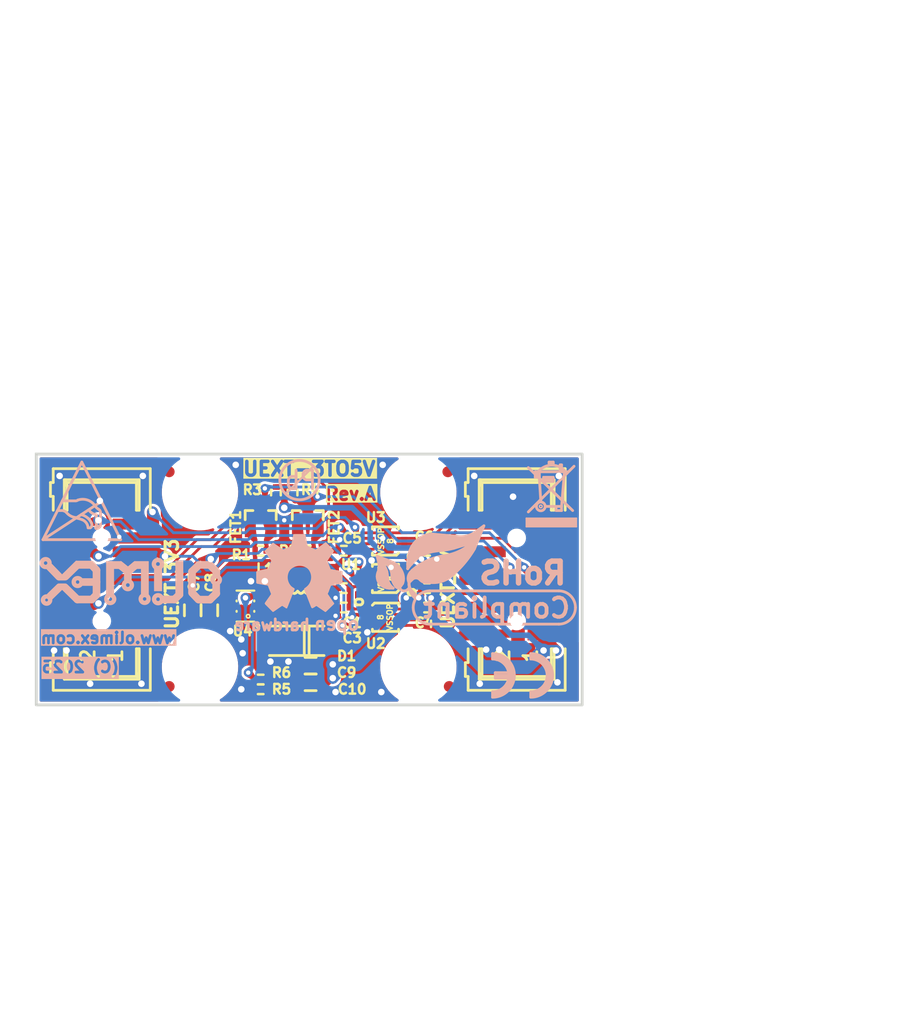
<source format=kicad_pcb>
(kicad_pcb (version 20221018) (generator pcbnew)
  (title_block (title "UEXT-3TO5V") (date "2025-02-28") (rev "A") (company "OLIMEX LTD.") (comment 1 "https://www.olimex.com/"))
  (layers (0 "F.Cu" signal) (31 "B.Cu" signal) (34 "B.Paste" user) (35 "F.Paste" user) (36 "B.SilkS" user "B.Silkscreen") (37 "F.SilkS" user "F.Silkscreen") (38 "B.Mask" user) (39 "F.Mask" user) (44 "Edge.Cuts" user))
  (net 0 "")
  (net 1 "+3.3V")
  (net 2 "GND")
  (net 3 "+5V")
  (net 4 "/LX2")
  (net 5 "/I2C_SCL_3.3V")
  (net 6 "/I2C_SCL_5V")
  (net 7 "/I2C_SDA_3.3V")
  (net 8 "/I2C_SDA_5V")
  (net 13 "Net-(U4-FB)")
  (net 14 "/MOSI_5V")
  (net 15 "/UART_TX_5V")
  (net 16 "/UART_TX_3.3V")
  (net 17 "/MOSI_3.3V")
  (net 18 "/MISO_3.3V")
  (net 19 "/UART_RX_3.3V")
  (net 20 "/UART_RX_5V")
  (net 21 "/MISO_5V")
  (net 22 "/SCK_5V")
  (net 23 "/CS_5V")
  (net 24 "/CS_3.3V")
  (net 25 "/SCK_3.3V")
  (footprint "OLIMEX_Other-FP:Fiducial1x3_Paste" (layer "F.Cu") (at 122.174 122.809)
    (fp_text reference "FID4" hide)
    (fp_text value "Fiducial" hide)
  )
  (footprint "OLIMEX_RLC-FP:C_0402_5MIL_DWS" (layer "F.Cu") (at 145.796 110.363)
    (fp_text reference "C6")
    (fp_text value "100nF/10V/10%/X7R/C0402")
  )
  (footprint "OLIMEX_Connectors-FP:GBH-254-SMT-10" (layer "F.Cu") (at 116 113 90)
    (fp_text reference "UEXT_3V3")
    (fp_text value "P-B-V-10-LF")
  )
  (footprint "OLIMEX_RLC-FP:C_0603_5MIL_DWS" (layer "F.Cu") (at 135.128 122.428 180)
    (fp_text reference "C10")
    (fp_text value "NA(22uF/6.3V/20%/X5R/C0603)")
  )
  (footprint "OLIMEX_RLC-FP:R_0402_5MIL_DWS" (layer "F.Cu") (at 130.556 122.174)
    (fp_text reference "R6")
    (fp_text value "1.05k/1%/R0402")
  )
  (footprint "OLIMEX_RLC-FP:R_0402_5MIL_DWS" (layer "F.Cu") (at 131.953 105.029 90)
    (fp_text reference "R3")
    (fp_text value "2.2k/R0402")
  )
  (footprint "OLIMEX_IC-FP:VSSOP-8_Pitch-0.50mm_Pad-0.25mm_Dimensions-2.30x2.00x1.00mm" (layer "F.Cu") (at 141.986 109.474 90)
    (fp_text reference "U3")
    (fp_text value "SN74LVC2T45DCUR(VSSOP-8)")
  )
  (footprint "OLIMEX_Regulators-FP:SOT23-6" (layer "F.Cu") (at 129.159 115.443)
    (fp_text reference "U4")
    (fp_text value "MT3608(SOT23-6)")
  )
  (footprint "OLIMEX_Other-FP:Fiducial1x3" (layer "F.Cu") (at 147.828 122.809)
    (fp_text reference "FID3" hide)
    (fp_text value "Fiducial" hide)
  )
  (footprint "OLIMEX_Diodes-FP:SMA-KA" (layer "F.Cu") (at 133.858 118.618 180)
    (fp_text reference "D1")
    (fp_text value "1N5822/SS34/SMA")
  )
  (footprint "OLIMEX_RLC-FP:R_0402_5MIL_DWS" (layer "F.Cu") (at 130.556 123.063 180)
    (fp_text reference "R5")
    (fp_text value "8.25k/1%/R0402")
  )
  (footprint "OLIMEX_RLC-FP:C_0402_5MIL_DWS" (layer "F.Cu") (at 145.796 115.57)
    (fp_text reference "C4")
    (fp_text value "100nF/10V/10%/X7R/C0402")
  )
  (footprint "OLIMEX_RLC-FP:R_0402_5MIL_DWS" (layer "F.Cu") (at 134.874 110.363 180)
    (fp_text reference "R2")
    (fp_text value "2.2k/R0402")
  )
  (footprint "OLIMEX_RLC-FP:C_0402_5MIL_DWS" (layer "F.Cu") (at 138.176 110.363 180)
    (fp_text reference "C5")
    (fp_text value "100nF/10V/10%/X7R/C0402")
  )
  (footprint "OLIMEX_RLC-FP:C_0402_5MIL_DWS" (layer "F.Cu") (at 145.796 113.792)
    (fp_text reference "C2")
    (fp_text value "100nF/10V/10%/X7R/C0402")
  )
  (footprint "OLIMEX_Other-FP:Fiducial1x3_Paste" (layer "F.Cu") (at 147.701 103.124)
    (fp_text reference "FID2" hide)
    (fp_text value "Fiducial" hide)
  )
  (footprint "OLIMEX_Transistors-FP:SOT23" (layer "F.Cu") (at 130.556 107.315 -90)
    (fp_text reference "FET1")
    (fp_text value "BSS138(SOT23-3)")
  )
  (footprint "OLIMEX_RLC-FP:C_0603_5MIL_DWS" (layer "F.Cu") (at 135.128 120.904 180)
    (fp_text reference "C9")
    (fp_text value "22uF/6.3V/20%/X5R/C0603")
  )
  (footprint "OLIMEX_Other-FP:Mounting_Hole_Drill-3.3mm_Clerance-7mm" (layer "F.Cu") (at 125 105)
    (fp_text reference "MH1" hide)
    (fp_text value "Drill(3.3mm)/Restrict(7.00mm)" hide)
  )
  (footprint "OLIMEX_Other-FP:Mounting_Hole_Drill-3.3mm_Clerance-7mm" (layer "F.Cu") (at 125 121)
    (fp_text reference "MH2" hide)
    (fp_text value "Drill(3.3mm)/Restrict(7.00mm)" hide)
  )
  (footprint "OLIMEX_Other-FP:Mounting_Hole_Drill-3.3mm_Clerance-7mm" (layer "F.Cu") (at 145 121)
    (fp_text reference "MH3" hide)
    (fp_text value "Drill(3.3mm)/Restrict(7.00mm)" hide)
  )
  (footprint "OLIMEX_IC-FP:VSSOP-8_Pitch-0.50mm_Pad-0.25mm_Dimensions-2.30x2.00x1.00mm" (layer "F.Cu") (at 141.986 112.903 90)
    (fp_text reference "U1")
    (fp_text value "SN74LVC2T45DCUR(VSSOP-8)")
  )
  (footprint "OLIMEX_RLC-FP:R_0402_5MIL_DWS" (layer "F.Cu") (at 133.477 105.029 90)
    (fp_text reference "R4")
    (fp_text value "2.2k/R0402")
  )
  (footprint "OLIMEX_RLC-FP:R_0402_5MIL_DWS" (layer "F.Cu") (at 130.556 110.363)
    (fp_text reference "R1")
    (fp_text value "2.2k/R0402")
  )
  (footprint "OLIMEX_Transistors-FP:SOT23" (layer "F.Cu") (at 134.874 107.315 -90)
    (fp_text reference "FET2")
    (fp_text value "BSS138(SOT23-3)")
  )
  (footprint "OLIMEX_RLC-FP:CD42(43)" (layer "F.Cu") (at 134.239 114.173 90)
    (fp_text reference "L1")
    (fp_text value "4.7uH/2.33A/DCR=70mR/20%/CD43(NRS4018T4R7MDGJ)")
  )
  (footprint "OLIMEX_RLC-FP:C_0603_5MIL_DWS" (layer "F.Cu") (at 125.857 115.824 -90)
    (fp_text reference "C8")
    (fp_text value "22uF/6.3V/20%/X5R/C0603")
  )
  (footprint "OLIMEX_IC-FP:VSSOP-8_Pitch-0.50mm_Pad-0.25mm_Dimensions-2.30x2.00x1.00mm" (layer "F.Cu") (at 141.986 116.459 -90)
    (fp_text reference "U2")
    (fp_text value "SN74LVC2T45DCUR(VSSOP-8)")
  )
  (footprint "OLIMEX_Connectors-FP:GBH-254-SMT-10" (layer "F.Cu") (at 154 113 90)
    (fp_text reference "UEXT_5V0")
    (fp_text value "P-B-V-10-LF")
  )
  (footprint "OLIMEX_Other-FP:Mounting_Hole_Drill-3.3mm_Clerance-7mm" (layer "F.Cu") (at 145 105)
    (fp_text reference "MH4" hide)
    (fp_text value "Drill(3.3mm)/Restrict(7.00mm)" hide)
  )
  (footprint "OLIMEX_RLC-FP:C_0402_5MIL_DWS" (layer "F.Cu") (at 138.176 113.792 180)
    (fp_text reference "C1")
    (fp_text value "100nF/10V/10%/X7R/C0402")
  )
  (footprint "OLIMEX_RLC-FP:C_0402_5MIL_DWS" (layer "F.Cu") (at 138.176 115.57 180)
    (fp_text reference "C3")
    (fp_text value "100nF/10V/10%/X7R/C0402")
  )
  (footprint "OLIMEX_Other-FP:Fiducial1x3" (layer "F.Cu") (at 122.174 103.124)
    (fp_text reference "FID1" hide)
    (fp_text value "Fiducial" hide)
  )
  (footprint "OLIMEX_RLC-FP:C_0603_5MIL_DWS" (layer "F.Cu") (at 124.333 115.824 -90)
    (fp_text reference "C7")
    (fp_text value "NA(22uF/6.3V/20%/X5R/C0603)")
  )
  (footprint "OLIMEX_Signs-FP:CE_Sign" (layer "B.Cu") (at 153.543 121.793 180)
    (fp_text reference "Sign_CE" hide)
    (fp_text value "CE_Sign" hide)
  )
  (footprint "OLIMEX_Signs-FP:Sign_PB-Free" (layer "B.Cu") (at 134.3152 103.57104)
    (fp_text reference "Sign_PB-Free")
    (fp_text value "Sign_PB-Free")
  )
  (footprint "OLIMEX_Signs-FP:Sign_RecycleBin_1" (layer "B.Cu") (at 159.512 108.204 180)
    (fp_text reference "Sign_RecycleBin" hide)
    (fp_text value "Sign_RecycleBin" hide)
  )
  (footprint "OLIMEX_Signs-FP:Logo_OLIMEX_TB" (layer "B.Cu") (at 118.491 113.157 180)
    (fp_text reference "Logo_OLIMEX_TB-Top" hide)
    (fp_text value "Logo_OLIMEX_TB" hide)
  )
  (footprint "OLIMEX_Signs-FP:Sign_Antistatic" (layer "B.Cu") (at 117.729 109.347 180)
    (fp_text reference "Sign_Antistatic" hide)
    (fp_text value "Sign_Antistatic" hide)
  )
  (footprint "OLIMEX_Signs-FP:Sign_OSHW_8x8" (layer "B.Cu") (at 134.112 112.903 180)
    (fp_text reference "Sign_OSHW_8x8" hide)
    (fp_text value "Sign_OSHW_8x8" hide)
  )
  (footprint "OLIMEX_Signs-FP:Sign_RoHS_1" (layer "B.Cu") (at 158.369 116.459 180)
    (fp_text reference "Sign_RoHS" hide)
    (fp_text value "Sign_RoHS" hide)
  )
  (gr_rect (start 110 101.5) (end 160 124.5) (stroke (width 0.254)) (fill none) (layer "Edge.Cuts"))
  (gr_text "(C) 2025" (at 114.046 121.031) (layer "B.SilkS" knockout) (effects (font (size 1.016 1.016) (thickness 0.254)) (justify mirror)))
  (gr_text "www.olimex.com" (at 116.586 118.364) (layer "B.SilkS" knockout) (effects (font (size 1.016 1.016) (thickness 0.254) bold) (justify mirror)))
  (gr_text "Rev.A" (at 138.811 105.156) (layer "F.SilkS" knockout) (effects (font (size 1.143 1.143) (thickness 0.28575) bold)))
  (gr_text "UEXT-3TO5V" (at 135.001 102.87) (layer "F.SilkS" knockout) (effects (font (size 1.27 1.27) (thickness 0.3175) bold)))
  (segment (start 137.2235 112.0817) (end 138.684 113.5422) (width 0.508) (layer "F.Cu") (net 1))
  (segment (start 123.698 114.935) (end 124.333 114.935) (width 1.27) (layer "F.Cu") (net 1))
  (segment (start 127.8589 114.493) (end 126.934 114.493) (width 0.508) (layer "F.Cu") (net 1))
  (segment (start 129.60604 108.90504) (end 129.60604 108.42244) (width 0.4064) (layer "F.Cu") (net 1))
  (segment (start 119.125 118.08) (end 121.061 118.08) (width 1.27) (layer "F.Cu") (net 1))
  (segment (start 127.8589 115.443) (end 127 115.443) (width 0.508) (layer "F.Cu") (net 1))
  (segment (start 126.492 113.411) (end 128.143 111.76) (width 1.27) (layer "F.Cu") (net 1))
  (segment (start 138.684 110.617) (end 138.684 110.363) (width 0.508) (layer "F.Cu") (net 1))
  (segment (start 140.486 115.709) (end 138.823 115.709) (width 0.254) (layer "F.Cu") (net 1))
  (segment (start 128.143 111.76) (end 130.048 111.76) (width 1.27) (layer "F.Cu") (net 1))
  (segment (start 134.493 111.836) (end 134.493 110.49) (width 0.4064) (layer "F.Cu") (net 1))
  (segment (start 134.366 109.2962) (end 133.92404 108.85424) (width 0.4064) (layer "F.Cu") (net 1))
  (segment (start 130.048 111.76) (end 131.699 111.76) (width 1.27) (layer "F.Cu") (net 1))
  (segment (start 134.7345 112.0775) (end 134.493 111.836) (width 0.4064) (layer "F.Cu") (net 1))
  (segment (start 130.048 110.363) (end 130.048 109.347) (width 0.4064) (layer "F.Cu") (net 1))
  (segment (start 137.2235 112.0775) (end 138.684 110.617) (width 0.508) (layer "F.Cu") (net 1))
  (segment (start 130.048 110.363) (end 130.048 111.76) (width 0.4064) (layer "F.Cu") (net 1))
  (segment (start 124.333 114.935) (end 124.968 114.935) (width 1.27) (layer "F.Cu") (net 1))
  (segment (start 121.285 117.348) (end 120.553 118.08) (width 1.27) (layer "F.Cu") (net 1))
  (segment (start 132.512 112.573) (end 134.239 112.573) (width 1.27) (layer "F.Cu") (net 1))
  (segment (start 137.2235 112.0775) (end 137.2235 112.0817) (width 0.508) (layer "F.Cu") (net 1))
  (segment (start 131.699 111.76) (end 132.512 112.573) (width 1.27) (layer "F.Cu") (net 1))
  (segment (start 133.92404 108.85424) (end 133.92404 108.42244) (width 0.4064) (layer "F.Cu") (net 1))
  (segment (start 138.823 115.709) (end 138.684 115.57) (width 0.254) (layer "F.Cu") (net 1))
  (segment (start 121.285 117.348) (end 123.698 114.935) (width 1.27) (layer "F.Cu") (net 1))
  (segment (start 138.684 113.5422) (end 138.684 113.792) (width 0.508) (layer "F.Cu") (net 1))
  (segment (start 121.285 117.856) (end 121.285 117.348) (width 1.27) (layer "F.Cu") (net 1))
  (segment (start 134.7345 112.0775) (end 134.239 112.573) (width 1.016) (layer "F.Cu") (net 1))
  (segment (start 134.493 110.49) (end 134.366 110.363) (width 0.4064) (layer "F.Cu") (net 1))
  (segment (start 126.934 114.493) (end 126.492 114.935) (width 0.508) (layer "F.Cu") (net 1))
  (segment (start 126.492 113.411) (end 124.968 114.935) (width 1.27) (layer "F.Cu") (net 1))
  (segment (start 140.486 113.653) (end 138.823 113.653) (width 0.254) (layer "F.Cu") (net 1))
  (segment (start 126.492 114.935) (end 126.492 113.411) (width 1.27) (layer "F.Cu") (net 1))
  (segment (start 138.823 113.653) (end 138.684 113.792) (width 0.254) (layer "F.Cu") (net 1))
  (segment (start 134.366 110.363) (end 134.366 109.2962) (width 0.4064) (layer "F.Cu") (net 1))
  (segment (start 138.684 113.792) (end 138.684 115.57) (width 0.508) (layer "F.Cu") (net 1))
  (segment (start 140.486 110.224) (end 138.823 110.224) (width 0.254) (layer "F.Cu") (net 1))
  (segment (start 121.061 118.08) (end 121.285 117.856) (width 1.27) (layer "F.Cu") (net 1))
  (segment (start 137.2235 112.0775) (end 134.7345 112.0775) (width 1.016) (layer "F.Cu") (net 1))
  (segment (start 125.857 114.935) (end 126.492 114.935) (width 1.27) (layer "F.Cu") (net 1))
  (segment (start 138.823 110.224) (end 138.684 110.363) (width 0.254) (layer "F.Cu") (net 1))
  (segment (start 127 115.443) (end 126.492 114.935) (width 0.508) (layer "F.Cu") (net 1))
  (segment (start 130.048 109.347) (end 129.60604 108.90504) (width 0.4064) (layer "F.Cu") (net 1))
  (segment (start 124.968 114.935) (end 125.857 114.935) (width 1.27) (layer "F.Cu") (net 1))
  (segment (start 148.179 118.08) (end 147.308 117.209) (width 0.254) (layer "F.Cu") (net 2))
  (segment (start 140.589 111.379) (end 140.589 112.05) (width 0.254) (layer "F.Cu") (net 2))
  (segment (start 146.304 114.554) (end 146.177 114.681) (width 0.508) (layer "F.Cu") (net 2))
  (segment (start 134.239 122.428) (end 134.239 120.904) (width 1.016) (layer "F.Cu") (net 2))
  (segment (start 134.112 120.523) (end 130.048 120.523) (width 1.016) (layer "F.Cu") (net 2))
  (segment (start 146.304 114.808) (end 146.177 114.681) (width 0.508) (layer "F.Cu") (net 2))
  (segment (start 146.304 110.744) (end 146.304 110.363) (width 0.508) (layer "F.Cu") (net 2))
  (segment (start 137.668 109.474) (end 137.795 109.347) (width 0.508) (layer "F.Cu") (net 2))
  (segment (start 141.732 108.724) (end 143.486 108.724) (width 0.254) (layer "F.Cu") (net 2))
  (segment (start 146.304 115.57) (end 146.304 114.808) (width 0.508) (layer "F.Cu") (net 2))
  (segment (start 151.049134 118.08) (end 152.4 119.430866) (width 1.016) (layer "F.Cu") (net 2))
  (segment (start 146.685 111.125) (end 146.304 110.744) (width 0.508) (layer "F.Cu") (net 2))
  (segment (start 130.4591 115.443) (end 131.064 115.443) (width 0.4064) (layer "F.Cu") (net 2))
  (segment (start 134.239 120.904) (end 134.239 120.65) (width 1.016) (layer "F.Cu") (net 2))
  (segment (start 126.238 116.713) (end 127.254 117.729) (width 0.762) (layer "F.Cu") (net 2))
  (segment (start 136.9568 123.7742) (end 137.414 123.317) (width 0.4064) (layer "F.Cu") (net 2))
  (segment (start 112.875 118.08) (end 112.171 118.08) (width 1.016) (layer "F.Cu") (net 2))
  (segment (start 129.4722 123.7742) (end 136.9568 123.7742) (width 0.4064) (layer "F.Cu") (net 2))
  (segment (start 134.239 120.65) (end 134.112 120.523) (width 1.016) (layer "F.Cu") (net 2))
  (segment (start 128.778 123.063) (end 128.778 123.08) (width 0.4064) (layer "F.Cu") (net 2))
  (segment (start 127.254 117.729) (end 127.762 117.729) (width 0.762) (layer "F.Cu") (net 2))
  (segment (start 141.732 110.363) (end 141.732 109.22) (width 0.508) (layer "F.Cu") (net 2))
  (segment (start 140.322366 117.372634) (end 140.486 117.209) (width 0.254) (layer "F.Cu") (net 2))
  (segment (start 124.333 116.713) (end 124.079 116.713) (width 0.508) (layer "F.Cu") (net 2))
  (segment (start 129.159 116.201194) (end 129.159 116.1542) (width 0.508) (layer "F.Cu") (net 2))
  (segment (start 142.494 111.887) (end 142.76 112.153) (width 0.254) (layer "F.Cu") (net 2))
  (segment (start 137.414 114.681) (end 137.668 114.935) (width 0.254) (layer "F.Cu") (net 2))
  (segment (start 150.875 118.08) (end 151.049134 118.08) (width 1.016) (layer "F.Cu") (net 2))
  (segment (start 150.875 118.08) (end 148.179 118.08) (width 0.254) (layer "F.Cu") (net 2))
  (segment (start 128.905 119.761) (end 128.905 118.618) (width 0.254) (layer "F.Cu") (net 2))
  (segment (start 137.668 114.935) (end 137.668 115.57) (width 0.254) (layer "F.Cu") (net 2))
  (segment (start 137.414 114.681) (end 137.414 114.046) (width 0.508) (layer "F.Cu") (net 2))
  (segment (start 131.064 115.443) (end 131.445 115.062) (width 0.4064) (layer "F.Cu") (net 2))
  (segment (start 112.171 118.08) (end 111.633 118.618) (width 1.016) (layer "F.Cu") (net 2))
  (segment (start 137.414 115.316) (end 137.668 115.57) (width 0.254) (layer "F.Cu") (net 2))
  (segment (start 112.268 118.687) (end 112.268 119.38) (width 1.016) (layer "F.Cu") (net 2))
  (segment (start 151.206134 119.430866) (end 150.875 119.099732) (width 1.016) (layer "F.Cu") (net 2))
  (segment (start 137.668 116.078) (end 137.414 116.332) (width 0.4064) (layer "F.Cu") (net 2))
  (segment (start 140.843 111.252) (end 141.732 110.363) (width 0.508) (layer "F.Cu") (net 2))
  (segment (start 141.732 109.22) (end 141.732 108.724) (width 0.762) (layer "F.Cu") (net 2))
  (segment (start 152.4 119.430866) (end 151.206134 119.430866) (width 1.524) (layer "F.Cu") (net 2))
  (segment (start 137.287 107.188) (end 138.43 107.188) (width 0.508) (layer "F.Cu") (net 2))
  (segment (start 128.965726 119.700274) (end 128.905 119.761) (width 0.762) (layer "F.Cu") (net 2))
  (segment (start 137.668 110.363) (end 137.668 109.474) (width 0.508) (layer "F.Cu") (net 2))
  (segment (start 150.875 119.099732) (end 150.875 118.08) (width 1.016) (layer "F.Cu") (net 2))
  (segment (start 142.494 111.887) (end 142.494 114.173) (width 0.508) (layer "F.Cu") (net 2))
  (segment (start 136.017 102.362) (end 133.35 102.362) (width 0.762) (layer "F.Cu") (net 2))
  (segment (start 137.414 114.681) (end 137.414 115.316) (width 0.254) (layer "F.Cu") (net 2))
  (segment (start 137.668 115.57) (end 137.668 116.078) (width 0.4064) (layer "F.Cu") (net 2))
  (segment (start 129.159 116.1542) (end 129.8702 115.443) (width 0.508) (layer "F.Cu") (net 2))
  (segment (start 141.732 108.077) (end 136.017 102.362) (width 0.762) (layer "F.Cu") (net 2))
  (segment (start 136.906 108.665171) (end 136.906 107.569) (width 0.508) (layer "F.Cu") (net 2))
  (segment (start 112.776 118.179) (end 112.776 119.507) (width 1.016) (layer "F.Cu") (net 2))
  (segment (start 140.486 108.724) (end 141.732 108.724) (width 0.254) (layer "F.Cu") (net 2))
  (segment (start 147.308 117.209) (end 143.486 117.209) (width 0.254) (layer "F.Cu") (net 2))
  (segment (start 137.414 114.046) (end 137.668 113.792) (width 0.508) (layer "F.Cu") (net 2))
  (segment (start 128.905 118.618) (end 128.778 118.491) (width 0.254) (layer "F.Cu") (net 2))
  (segment (start 112.875 118.08) (end 112.268 118.687) (width 1.016) (layer "F.Cu") (net 2))
  (segment (start 152.4 119.430866) (end 152.4 118.237) (width 1.016) (layer "F.Cu") (net 2))
  (segment (start 125.857 116.713) (end 124.333 116.713) (width 1.016) (layer "F.Cu") (net 2))
  (segment (start 142.76 112.153) (end 143.486 112.153) (width 0.254) (layer "F.Cu") (net 2))
  (segment (start 128.651 117.729) (end 129.159 117.221) (width 0.254) (layer "F.Cu") (net 2))
  (segment (start 140.322366 117.843366) (end 140.322366 117.372634) (width 0.5588) (layer "F.Cu") (net 2))
  (segment (start 129.225274 119.700274) (end 128.965726 119.700274) (width 0.762) (layer "F.Cu") (net 2))
  (segment (start 136.906 107.569) (end 137.287 107.188) (width 0.508) (layer "F.Cu") (net 2))
  (segment (start 129.159 117.221) (end 129.159 116.201194) (width 0.762) (layer "F.Cu") (net 2))
  (segment (start 137.795 109.347) (end 137.587829 109.347) (width 0.508) (layer "F.Cu") (net 2))
  (segment (start 140.589 112.05) (end 140.486 112.153) (width 0.254) (layer "F.Cu") (net 2))
  (segment (start 125.857 116.713) (end 126.238 116.713) (width 0.762) (layer "F.Cu") (net 2))
  (segment (start 124.079 116.713) (end 123.19 117.602) (width 0.508) (layer "F.Cu") (net 2))
  (segment (start 131.445 113.792) (end 131.064 113.411) (width 0.4064) (layer "F.Cu") (net 2))
  (segment (start 146.304 113.792) (end 146.304 114.554) (width 0.508) (layer "F.Cu") (net 2))
  (segment (start 141.732 108.724) (end 141.732 108.077) (width 0.762) (layer "F.Cu") (net 2))
  (segment (start 129.8702 115.443) (end 130.4591 115.443) (width 0.508) (layer "F.Cu") (net 2))
  (segment (start 127.762 117.729) (end 128.651 117.729) (width 0.254) (layer "F.Cu") (net 2))
  (segment (start 143.486 108.724) (end 145.3468 108.724) (width 0.254) (layer "F.Cu") (net 2))
  (segment (start 146.177 114.681) (end 147.32 114.681) (width 0.508) (layer "F.Cu") (net 2))
  (segment (start 111.633 118.618) (end 111.633 119.507) (width 1.016) (layer "F.Cu") (net 2))
  (segment (start 128.778 123.08) (end 129.4722 123.7742) (width 0.4064) (layer "F.Cu") (net 2))
  (segment (start 140.716 111.252) (end 140.843 111.252) (width 0.508) (layer "F.Cu") (net 2))
  (segment (start 112.875 118.08) (end 112.776 118.179) (width 1.016) (layer "F.Cu") (net 2))
  (segment (start 137.587829 109.347) (end 136.906 108.665171) (width 0.508) (layer "F.Cu") (net 2))
  (segment (start 130.048 120.523) (end 129.225274 119.700274) (width 1.016) (layer "F.Cu") (net 2))
  (segment (start 140.716 111.252) (end 140.589 111.379) (width 0.254) (layer "F.Cu") (net 2))
  (segment (start 131.445 115.062) (end 131.445 113.792) (width 0.4064) (layer "F.Cu") (net 2))
  (via (at 152.4 119.430866) (size 1) (drill 0.6) (layers "F.Cu" "B.Cu") (net 2))
  (via (at 111.633 119.507) (size 1) (drill 0.6) (layers "F.Cu" "B.Cu") (net 2))
  (via (at 133.096 120.523) (size 1) (drill 0.6) (layers "F.Cu" "B.Cu") (net 2))
  (via (at 112.776 119.507) (size 1) (drill 0.6) (layers "F.Cu" "B.Cu") (net 2))
  (via (at 142.494 111.887) (size 0.9) (drill 0.5) (layers "F.Cu" "B.Cu") (net 2))
  (via (at 153.67 105.41) (size 1) (drill 0.6) (layers "F.Cu" "B.Cu") (net 2))
  (via (at 150.622 122.555) (size 1) (drill 0.6) (layers "F.Cu" "B.Cu") (net 2))
  (via (at 150.114 103.505) (size 1) (drill 0.6) (layers "F.Cu" "B.Cu") (net 2))
  (via (at 137.414 123.317) (size 1) (drill 0.6) (layers "F.Cu" "B.Cu") (net 2))
  (via (at 128.778 123.063) (size 1) (drill 0.6) (layers "F.Cu" "B.Cu") (net 2))
  (via (at 141.732 109.22) (size 0.9) (drill 0.5) (layers "F.Cu" "B.Cu") (net 2))
  (via (at 141.732 102.489) (size 1) (drill 0.6) (layers "F.Cu" "B.Cu") (net 2))
  (via (at 119.761 103.505) (size 1) (drill 0.6) (layers "F.Cu" "B.Cu") (net 2))
  (via (at 128.778 118.491) (size 1) (drill 0.6) (layers "F.Cu" "B.Cu") (net 2))
  (via (at 146.177 114.681) (size 0.9) (drill 0.5) (layers "F.Cu" "B.Cu") (net 2))
  (via (at 140.322366 117.843366) (size 1) (drill 0.6) (layers "F.Cu" "B.Cu") (net 2))
  (via (at 131.445 120.523) (size 1) (drill 0.6) (layers "F.Cu" "B.Cu") (net 2))
  (via (at 115.824 105.791) (size 1) (drill 0.6) (layers "F.Cu" "B.Cu") (net 2))
  (via (at 137.795 109.347) (size 0.9) (drill 0.5) (layers "F.Cu" "B.Cu") (net 2))
  (via (at 157.861 103.505) (size 1) (drill 0.6) (layers "F.Cu" "B.Cu") (net 2))
  (via (at 140.716 111.252) (size 1) (drill 0.6) (layers "F.Cu" "B.Cu") (net 2))
  (via (at 124.333 113.538) (size 0.8) (drill 0.4) (layers "F.Cu" "B.Cu") (net 2))
  (via (at 151.206134 119.430866) (size 1) (drill 0.6) (layers "F.Cu" "B.Cu") (net 2))
  (via (at 137.414 114.681) (size 0.8) (drill 0.4) (layers "F.Cu" "B.Cu") (net 2))
  (via (at 127.762 117.729) (size 1) (drill 0.6) (layers "F.Cu" "B.Cu") (net 2))
  (via (at 137.414 116.332) (size 0.8) (drill 0.4) (layers "F.Cu" "B.Cu") (net 2))
  (via (at 112.141 103.505) (size 1) (drill 0.6) (layers "F.Cu" "B.Cu") (net 2))
  (via (at 129.667 113.157) (size 1) (drill 0.6) (layers "F.Cu" "B.Cu") (net 2))
  (via (at 146.685 111.125) (size 0.9) (drill 0.5) (layers "F.Cu" "B.Cu") (net 2))
  (via (at 132.715 107.569) (size 0.8) (drill 0.4) (layers "F.Cu" "B.Cu") (net 2))
  (via (at 114.935 122.555) (size 1) (drill 0.6) (layers "F.Cu" "B.Cu") (net 2))
  (via (at 130.937 113.157) (size 1) (drill 0.6) (layers "F.Cu" "B.Cu") (net 2))
  (via (at 157.734 122.428) (size 1) (drill 0.6) (layers "F.Cu" "B.Cu") (net 2))
  (via (at 141.605 123.317) (size 1) (drill 0.6) (layers "F.Cu" "B.Cu") (net 2))
  (via (at 147.32 114.681) (size 0.9) (drill 0.5) (layers "F.Cu" "B.Cu") (net 2))
  (via (at 117.602 109.093) (size 0.8) (drill 0.4) (layers "F.Cu" "B.Cu") (net 2))
  (via (at 119.634 122.555) (size 1) (drill 0.6) (layers "F.Cu" "B.Cu") (net 2))
  (via (at 128.905 119.761) (size 1) (drill 0.6) (layers "F.Cu" "B.Cu") (net 2))
  (via (at 128.27 102.489) (size 1) (drill 0.6) (layers "F.Cu" "B.Cu") (net 2))
  (segment (start 141.351 111.887) (end 142.494 111.887) (width 0.508) (layer "B.Cu") (net 2))
  (segment (start 126.6618 115.7398) (end 122.1312 115.7398) (width 1.524) (layer "B.Cu") (net 2))
  (segment (start 139.1285 118.745) (end 135.128 118.745) (width 1.524) (layer "B.Cu") (net 2))
  (segment (start 147.574 114.681) (end 147.32 114.681) (width 1.524) (layer "B.Cu") (net 2))
  (segment (start 132.461 113.157) (end 128.016 113.157) (width 1.524) (layer "B.Cu") (net 2))
  (segment (start 128.016 113.157) (end 127.127 114.046) (width 1.524) (layer "B.Cu") (net 2))
  (segment (start 140.716 111.252) (end 141.351 111.887) (width 0.508) (layer "B.Cu") (net 2))
  (segment (start 118.364 119.507) (end 112.776 119.507) (width 1.524) (layer "B.Cu") (net 2))
  (segment (start 137.795 109.347) (end 138.684 110.236) (width 0.508) (layer "B.Cu") (net 2))
  (segment (start 127.762 116.84) (end 126.6618 115.7398) (width 1.524) (layer "B.Cu") (net 2))
  (segment (start 122.1312 115.7398) (end 118.364 119.507) (width 1.524) (layer "B.Cu") (net 2))
  (segment (start 135.128 118.745) (end 135.128 115.824) (width 1.524) (layer "B.Cu") (net 2))
  (segment (start 150.749 118.237) (end 150.749 117.856) (width 1.524) (layer "B.Cu") (net 2))
  (segment (start 152.4 119.430866) (end 151.942866 119.430866) (width 1.524) (layer "B.Cu") (net 2))
  (segment (start 128.778 118.491) (end 128.016 117.729) (width 1.27) (layer "B.Cu") (net 2))
  (segment (start 128.778 123.063) (end 128.6764 122.9614) (width 0.254) (layer "B.Cu") (net 2))
  (segment (start 142.367 113.919) (end 142.367 115.5065) (width 1.524) (layer "B.Cu") (net 2))
  (segment (start 154.559 114.427) (end 156.972 114.427) (width 0.508) (layer "B.Cu") (net 2))
  (segment (start 127.762 117.729) (end 127.762 116.84) (width 1.016) (layer "B.Cu") (net 2))
  (segment (start 146.685 111.125) (end 151.257 111.125) (width 0.508) (layer "B.Cu") (net 2))
  (segment (start 139.7 110.236) (end 140.716 111.252) (width 0.508) (layer "B.Cu") (net 2))
  (segment (start 145.542 113.157) (end 143.129 113.157) (width 1.524) (layer "B.Cu") (net 2))
  (segment (start 147.32 114.681) (end 147.066 114.681) (width 1.524) (layer "B.Cu") (net 2))
  (segment (start 135.128 115.824) (end 132.461 113.157) (width 1.524) (layer "B.Cu") (net 2))
  (segment (start 143.129 113.157) (end 142.367 113.919) (width 1.524) (layer "B.Cu") (net 2))
  (segment (start 128.6764 122.9614) (end 128.6764 119.9896) (width 0.254) (layer "B.Cu") (net 2))
  (segment (start 142.621 110.109) (end 145.669 110.109) (width 0.508) (layer "B.Cu") (net 2))
  (segment (start 138.684 110.236) (end 139.7 110.236) (width 0.508) (layer "B.Cu") (net 2))
  (segment (start 141.732 109.22) (end 142.621 110.109) (width 0.508) (layer "B.Cu") (net 2))
  (segment (start 142.367 115.5065) (end 139.1285 118.745) (width 1.524) (layer "B.Cu") (net 2))
  (segment (start 151.257 111.125) (end 154.559 114.427) (width 0.508) (layer "B.Cu") (net 2))
  (segment (start 147.066 114.681) (end 145.542 113.157) (width 1.524) (layer "B.Cu") (net 2))
  (segment (start 151.942866 119.430866) (end 150.749 118.237) (width 1.524) (layer "B.Cu") (net 2))
  (segment (start 150.749 117.856) (end 147.574 114.681) (width 1.524) (layer "B.Cu") (net 2))
  (segment (start 145.669 110.109) (end 146.685 111.125) (width 0.508) (layer "B.Cu") (net 2))
  (segment (start 128.6764 119.9896) (end 128.905 119.761) (width 0.254) (layer "B.Cu") (net 2))
  (segment (start 128.016 117.729) (end 127.762 117.729) (width 0.254) (layer "B.Cu") (net 2))
  (segment (start 157.125 118.08) (end 156.621 118.08) (width 1.016) (layer "F.Cu") (net 3))
  (segment (start 156.621 118.08) (end 156.464 118.237) (width 1.016) (layer "F.Cu") (net 3))
  (segment (start 136.358 118.618) (end 136.017 118.959) (width 1.016) (layer "F.Cu") (net 3))
  (segment (start 156.464 118.237) (end 156.464 119.507) (width 1.016) (layer "F.Cu") (net 3))
  (segment (start 143.891 114.681) (end 145.034 114.681) (width 0.508) (layer "F.Cu") (net 3))
  (segment (start 136.017 118.959) (end 136.017 120.904) (width 1.016) (layer "F.Cu") (net 3))
  (segment (start 145.149 115.709) (end 143.486 115.709) (width 0.254) (layer "F.Cu") (net 3))
  (segment (start 157.125 119.025) (end 157.607 119.507) (width 1.016) (layer "F.Cu") (net 3))
  (segment (start 136.886 119.146) (end 137.16 119.42) (width 1.016) (layer "F.Cu") (net 3))
  (segment (start 132.715 104.521) (end 133.477 104.521) (width 0.508) (layer "F.Cu") (net 3))
  (segment (start 143.486 113.653) (end 145.149 113.653) (width 0.254) (layer "F.Cu") (net 3))
  (segment (start 132.715 106.426) (end 132.715 104.521) (width 0.508) (layer "F.Cu") (net 3))
  (segment (start 136.398 122.428) (end 136.886 121.94) (width 1.016) (layer "F.Cu") (net 3))
  (segment (start 145.288 113.792) (end 145.288 114.427) (width 0.508) (layer "F.Cu") (net 3))
  (segment (start 145.288 110.363) (end 145.288 111.125) (width 0.508) (layer "F.Cu") (net 3))
  (segment (start 157.125 118.08) (end 157.125 119.025) (width 1.016) (layer "F.Cu") (net 3))
  (segment (start 136.017 122.428) (end 136.017 120.904) (width 1.016) (layer "F.Cu") (net 3))
  (segment (start 145.149 113.653) (end 145.288 113.792) (width 0.254) (layer "F.Cu") (net 3))
  (segment (start 136.358 118.618) (end 136.886 119.146) (width 1.016) (layer "F.Cu") (net 3))
  (segment (start 136.017 122.428) (end 135.1788 123.2662) (width 0.254) (layer "F.Cu") (net 3))
  (segment (start 131.953 104.521) (end 132.715 104.521) (width 0.508) (layer "F.Cu") (net 3))
  (segment (start 145.149 110.224) (end 145.288 110.363) (width 0.254) (layer "F.Cu") (net 3))
  (segment (start 145.288 115.57) (end 145.149 115.709) (width 0.254) (layer "F.Cu") (net 3))
  (segment (start 137.16 119.42) (end 137.16 120.777) (width 1.016) (layer "F.Cu") (net 3))
  (segment (start 133.1722 123.2662) (end 132.969 123.063) (width 0.254) (layer "F.Cu") (net 3))
  (segment (start 131.445 123.063) (end 131.064 123.063) (width 0.508) (layer "F.Cu") (net 3))
  (segment (start 132.969 123.063) (end 131.445 123.063) (width 0.254) (layer "F.Cu") (net 3))
  (segment (start 145.288 114.935) (end 145.288 115.57) (width 0.508) (layer "F.Cu") (net 3))
  (segment (start 145.288 114.427) (end 145.034 114.681) (width 0.508) (layer "F.Cu") (net 3))
  (segment (start 135.1788 123.2662) (end 133.1722 123.2662) (width 0.254) (layer "F.Cu") (net 3))
  (segment (start 145.034 114.681) (end 145.288 114.935) (width 0.508) (layer "F.Cu") (net 3))
  (segment (start 137.16 120.777) (end 137.16 122.047) (width 1.016) (layer "F.Cu") (net 3))
  (segment (start 156.464 119.507) (end 157.607 119.507) (width 1.016) (layer "F.Cu") (net 3))
  (segment (start 143.486 110.224) (end 145.149 110.224) (width 0.254) (layer "F.Cu") (net 3))
  (segment (start 136.017 122.428) (end 136.398 122.428) (width 1.016) (layer "F.Cu") (net 3))
  (segment (start 136.886 121.94) (end 136.886 119.146) (width 1.016) (layer "F.Cu") (net 3))
  (via (at 145.034 114.681) (size 0.9) (drill 0.5) (layers "F.Cu" "B.Cu") (net 3))
  (via (at 132.715 106.426) (size 1) (drill 0.6) (layers "F.Cu" "B.Cu") (net 3))
  (via (at 137.16 120.777) (size 1) (drill 0.6) (layers "F.Cu" "B.Cu") (net 3))
  (via (at 137.16 122.047) (size 1) (drill 0.6) (layers "F.Cu" "B.Cu") (net 3))
  (via (at 157.607 119.507) (size 1) (drill 0.6) (layers "F.Cu" "B.Cu") (net 3))
  (via (at 145.288 111.125) (size 0.9) (drill 0.5) (layers "F.Cu" "B.Cu") (net 3))
  (via (at 143.891 114.681) (size 0.9) (drill 0.5) (layers "F.Cu" "B.Cu") (net 3))
  (via (at 156.464 119.507) (size 1) (drill 0.6) (layers "F.Cu" "B.Cu") (net 3))
  (segment (start 145.288 111.125) (end 146.685 112.522) (width 0.508) (layer "B.Cu") (net 3))
  (segment (start 137.16 120.777) (end 137.16 122.047) (width 1.016) (layer "B.Cu") (net 3))
  (segment (start 153.543 118.11) (end 155.067 118.11) (width 0.508) (layer "B.Cu") (net 3))
  (segment (start 156.464 119.507) (end 157.607 119.507) (width 1.016) (layer "B.Cu") (net 3))
  (segment (start 145.9484 115.915029) (end 145.9484 116.078) (width 0.762) (layer "B.Cu") (net 3))
  (segment (start 143.891 115.9256) (end 144.0434 116.078) (width 1.016) (layer "B.Cu") (net 3))
  (segment (start 150.9014 121.031) (end 154.94 121.031) (width 1.27) (layer "B.Cu") (net 3))
  (segment (start 146.685 112.522) (end 147.955 112.522) (width 0.508) (layer "B.Cu") (net 3))
  (segment (start 144.399 114.681) (end 145.018502 114.681) (width 1.016) (layer "B.Cu") (net 3))
  (segment (start 140.589 109.474) (end 141.986 110.871) (width 0.508) (layer "B.Cu") (net 3))
  (segment (start 147.955 112.522) (end 153.543 118.11) (width 0.508) (layer "B.Cu") (net 3))
  (segment (start 141.986 110.871) (end 144.78 110.871) (width 0.508) (layer "B.Cu") (net 3))
  (segment (start 154.94 121.031) (end 156.464 119.507) (width 1.27) (layer "B.Cu") (net 3))
  (segment (start 145.034 115.000629) (end 145.9484 115.915029) (width 0.762) (layer "B.Cu") (net 3))
  (segment (start 145.034 111.125) (end 145.288 111.125) (width 0.508) (layer "B.Cu") (net 3))
  (segment (start 143.891 114.681) (end 143.891 115.9256) (width 1.016) (layer "B.Cu") (net 3))
  (segment (start 155.067 118.11) (end 156.464 119.507) (width 0.508) (layer "B.Cu") (net 3))
  (segment (start 145.9484 116.078) (end 150.9014 121.031) (width 1.27) (layer "B.Cu") (net 3))
  (segment (start 144.399 114.681) (end 144.399 115.443) (width 0.762) (layer "B.Cu") (net 3))
  (segment (start 143.891 114.681) (end 144.399 114.681) (width 1.016) (layer "B.Cu") (net 3))
  (segment (start 145.034 114.681) (end 145.034 115.000629) (width 0.762) (layer "B.Cu") (net 3))
  (segment (start 144.399 115.443) (end 145.034 116.078) (width 0.762) (layer "B.Cu") (net 3))
  (segment (start 138.938 106.426) (end 140.589 108.077) (width 0.508) (layer "B.Cu") (net 3))
  (segment (start 145.034 114.681) (end 145.034 116.078) (width 0.762) (layer "B.Cu") (net 3))
  (segment (start 137.16 120.777) (end 138.43 120.777) (width 1.27) (layer "B.Cu") (net 3))
  (segment (start 137.16 122.047) (end 138.43 120.777) (width 1.016) (layer "B.Cu") (net 3))
  (segment (start 139.3444 120.777) (end 144.0434 116.078) (width 1.27) (layer "B.Cu") (net 3))
  (segment (start 140.589 108.077) (end 140.589 109.474) (width 0.508) (layer "B.Cu") (net 3))
  (segment (start 145.018502 114.681) (end 145.026251 114.688749) (width 1.016) (layer "B.Cu") (net 3))
  (segment (start 145.034 116.078) (end 145.9484 116.078) (width 1.27) (layer "B.Cu") (net 3))
  (segment (start 132.715 106.426) (end 138.938 106.426) (width 0.508) (layer "B.Cu") (net 3))
  (segment (start 138.43 120.777) (end 139.3444 120.777) (width 1.27) (layer "B.Cu") (net 3))
  (segment (start 144.78 110.871) (end 145.034 111.125) (width 0.508) (layer "B.Cu") (net 3))
  (segment (start 144.0434 116.078) (end 145.034 116.078) (width 1.27) (layer "B.Cu") (net 3))
  (segment (start 131.191 118.324) (end 131.191 116.586) (width 1.016) (layer "F.Cu") (net 4))
  (segment (start 131.485 118.527) (end 134.239 115.773) (width 1.778) (layer "F.Cu") (net 4))
  (segment (start 130.998 116.393) (end 131.191 116.586) (width 0.508) (layer "F.Cu") (net 4))
  (segment (start 131.3942 116.586) (end 132.5372 115.443) (width 0.508) (layer "F.Cu") (net 4))
  (segment (start 131.485 118.618) (end 131.191 118.324) (width 1.016) (layer "F.Cu") (net 4))
  (segment (start 131.485 118.618) (end 131.485 118.527) (width 1.778) (layer "F.Cu") (net 4))
  (segment (start 133.426 116.586) (end 134.239 115.773) (width 1.016) (layer "F.Cu") (net 4))
  (segment (start 131.191 116.586) (end 133.426 116.586) (width 1.016) (layer "F.Cu") (net 4))
  (segment (start 131.191 116.586) (end 131.3942 116.586) (width 0.508) (layer "F.Cu") (net 4))
  (segment (start 130.4591 116.393) (end 130.998 116.393) (width 0.508) (layer "F.Cu") (net 4))
  (segment (start 121.412 113) (end 122.077 113) (width 0.254) (layer "F.Cu") (net 5))
  (segment (start 131.5085 108.9025) (end 131.5085 108.42244) (width 0.4064) (layer "F.Cu") (net 5))
  (segment (start 125.095 109.982) (end 126.238 109.982) (width 0.254) (layer "F.Cu") (net 5))
  (segment (start 119.125 113) (end 121.412 113) (width 0.762) (layer "F.Cu") (net 5))
  (segment (start 131.064 109.347) (end 131.5085 108.9025) (width 0.4064) (layer "F.Cu") (net 5))
  (segment (start 126.238 109.982) (end 128.905 107.315) (width 0.254) (layer "F.Cu") (net 5))
  (segment (start 131.064 110.363) (end 131.064 109.347) (width 0.4064) (layer "F.Cu") (net 5))
  (segment (start 122.077 113) (end 125.095 109.982) (width 0.254) (layer "F.Cu") (net 5))
  (segment (start 128.905 107.315) (end 130.683 107.315) (width 0.254) (layer "F.Cu") (net 5))
  (segment (start 131.064 107.696) (end 131.5085 108.1405) (width 0.508) (layer "F.Cu") (net 5))
  (segment (start 130.683 107.315) (end 131.064 107.696) (width 0.254) (layer "F.Cu") (net 5))
  (segment (start 131.5085 108.1405) (end 131.5085 108.42244) (width 0.508) (layer "F.Cu") (net 5))
  (segment (start 130.556 106.2101) (end 130.55346 106.21264) (width 0.254) (layer "F.Cu") (net 6))
  (segment (start 130.81 105.537) (end 131.953 105.537) (width 0.508) (layer "F.Cu") (net 6))
  (segment (start 130.937 105.41) (end 130.81 105.537) (width 0.508) (layer "F.Cu") (net 6))
  (segment (start 155.799 113) (end 157.125 113) (width 0.254) (layer "F.Cu") (net 6))
  (segment (start 130.55346 106.21264) (end 130.55346 105.79354) (width 0.508) (layer "F.Cu") (net 6))
  (segment (start 154.686 111.887) (end 155.799 113) (width 0.762) (layer "F.Cu") (net 6))
  (segment (start 130.55346 105.79354) (end 130.81 105.537) (width 0.508) (layer "F.Cu") (net 6))
  (segment (start 130.937 104.648) (end 130.937 105.41) (width 0.508) (layer "F.Cu") (net 6))
  (via (at 130.937 104.648) (size 0.8) (drill 0.4) (layers "F.Cu" "B.Cu") (net 6))
  (via (at 154.686 111.887) (size 0.8) (drill 0.4) (layers "F.Cu" "B.Cu") (net 6))
  (segment (start 130.937 104.648) (end 131.064 104.521) (width 0.254) (layer "B.Cu") (net 6))
  (segment (start 151.511 108.712) (end 154.686 111.887) (width 0.254) (layer "B.Cu") (net 6))
  (segment (start 143.51 108.712) (end 151.511 108.712) (width 0.254) (layer "B.Cu") (net 6))
  (segment (start 131.064 104.521) (end 139.319 104.521) (width 0.254) (layer "B.Cu") (net 6))
  (segment (start 139.319 104.521) (end 143.51 108.712) (width 0.254) (layer "B.Cu") (net 6))
  (segment (start 112.875 113) (end 115.6 113) (width 0.762) (layer "F.Cu") (net 7))
  (segment (start 129.286 106.045) (end 125.984 109.347) (width 0.254) (layer "F.Cu") (net 7))
  (segment (start 125.984 109.347) (end 124.714 109.347) (width 0.254) (layer "F.Cu") (net 7))
  (segment (start 130.429 103.632) (end 129.286 104.775) (width 0.254) (layer "F.Cu") (net 7))
  (segment (start 135.382 110.363) (end 135.382 109.22) (width 0.4064) (layer "F.Cu") (net 7))
  (segment (start 135.89 108.35894) (end 135.89 107.315) (width 0.508) (layer "F.Cu") (net 7))
  (segment (start 135.636 103.632) (end 130.429 103.632) (width 0.254) (layer "F.Cu") (net 7))
  (segment (start 122.174 111.887) (end 116.713 111.887) (width 0.254) (layer "F.Cu") (net 7))
  (segment (start 136.779 104.775) (end 135.636 103.632) (width 0.254) (layer "F.Cu") (net 7))
  (segment (start 129.286 104.775) (end 129.286 106.045) (width 0.254) (layer "F.Cu") (net 7))
  (segment (start 135.8265 108.7755) (end 135.8265 108.42244) (width 0.4064) (layer "F.Cu") (net 7))
  (segment (start 135.382 109.22) (end 135.8265 108.7755) (width 0.4064) (layer "F.Cu") (net 7))
  (segment (start 135.8265 108.42244) (end 135.89 108.35894) (width 0.508) (layer "F.Cu") (net 7))
  (segment (start 136.779 106.426) (end 136.779 104.775) (width 0.254) (layer "F.Cu") (net 7))
  (segment (start 124.714 109.347) (end 122.174 111.887) (width 0.254) (layer "F.Cu") (net 7))
  (segment (start 116.713 111.887) (end 115.6 113) (width 0.254) (layer "F.Cu") (net 7))
  (segment (start 135.89 107.315) (end 136.779 106.426) (width 0.254) (layer "F.Cu") (net 7))
  (segment (start 153.416 111.887) (end 152.303 113) (width 0.762) (layer "F.Cu") (net 8))
  (segment (start 135.6741 105.41) (end 135.763 105.41) (width 0.508) (layer "F.Cu") (net 8))
  (segment (start 134.87146 106.21264) (end 135.6741 105.41) (width 0.508) (layer "F.Cu") (net 8))
  (segment (start 152.303 113) (end 150.875 113) (width 0.254) (layer "F.Cu") (net 8))
  (segment (start 133.7056 105.7656) (end 133.477 105.537) (width 0.508) (layer "F.Cu") (net 8))
  (segment (start 134.42442 105.7656) (end 133.7056 105.7656) (width 0.508) (layer "F.Cu") (net 8))
  (segment (start 134.87146 106.21264) (end 134.42442 105.7656) (width 0.508) (layer "F.Cu") (net 8))
  (via (at 135.763 105.41) (size 0.8) (drill 0.4) (layers "F.Cu" "B.Cu") (net 8))
  (via (at 153.416 111.887) (size 0.8) (drill 0.4) (layers "F.Cu" "B.Cu") (net 8))
  (segment (start 139.065 105.41) (end 143.129 109.474) (width 0.254) (layer "B.Cu") (net 8))
  (segment (start 143.129 109.474) (end 151.003 109.474) (width 0.254) (layer "B.Cu") (net 8))
  (segment (start 151.003 109.474) (end 153.416 111.887) (width 0.254) (layer "B.Cu") (net 8))
  (segment (start 135.763 105.41) (end 139.065 105.41) (width 0.254) (layer "B.Cu") (net 8))
  (segment (start 130.048 123.063) (end 130.048 122.174) (width 0.4064) (layer "F.Cu") (net 13))
  (segment (start 129.159 114.681) (end 129.347 114.493) (width 0.4064) (layer "F.Cu") (net 13))
  (segment (start 129.413 121.539) (end 130.048 122.174) (width 0.4064) (layer "F.Cu") (net 13))
  (segment (start 129.347 114.493) (end 130.4591 114.493) (width 0.4064) (layer "F.Cu") (net 13))
  (via (at 129.159 114.681) (size 0.9) (drill 0.5) (layers "F.Cu" "B.Cu") (net 13))
  (via (at 129.413 121.539) (size 0.8) (drill 0.4) (layers "F.Cu" "B.Cu") (net 13))
  (segment (start 129.159 117.221) (end 129.159 114.681) (width 0.254) (layer "B.Cu") (net 13))
  (segment (start 129.794 121.158) (end 129.794 117.856) (width 0.254) (layer "B.Cu") (net 13))
  (segment (start 129.413 121.539) (end 129.794 121.158) (width 0.254) (layer "B.Cu") (net 13))
  (segment (start 129.794 117.856) (end 129.159 117.221) (width 0.254) (layer "B.Cu") (net 13))
  (segment (start 150.875 110.46) (end 149.382 110.46) (width 0.254) (layer "F.Cu") (net 14))
  (segment (start 147.189 112.653) (end 143.486 112.653) (width 0.254) (layer "F.Cu") (net 14))
  (segment (start 149.382 110.46) (end 147.189 112.653) (width 0.254) (layer "F.Cu") (net 14))
  (segment (start 155.418 115.54) (end 154.178 114.3) (width 0.254) (layer "F.Cu") (net 15))
  (segment (start 148.43925 114.3) (end 147.29225 113.153) (width 0.254) (layer "F.Cu") (net 15))
  (segment (start 154.178 114.3) (end 148.43925 114.3) (width 0.254) (layer "F.Cu") (net 15))
  (segment (start 147.29225 113.153) (end 143.486 113.153) (width 0.254) (layer "F.Cu") (net 15))
  (segment (start 157.125 115.54) (end 155.418 115.54) (width 0.254) (layer "F.Cu") (net 15))
  (segment (start 138.684 112.395) (end 139.442 113.153) (width 0.254) (layer "F.Cu") (net 16))
  (segment (start 124.968 111.125) (end 125.984 111.125) (width 0.254) (layer "F.Cu") (net 16))
  (segment (start 121.285 114.808) (end 120.553 115.54) (width 0.762) (layer "F.Cu") (net 16))
  (segment (start 139.442 113.153) (end 140.486 113.153) (width 0.254) (layer "F.Cu") (net 16))
  (segment (start 120.553 115.54) (end 119.125 115.54) (width 0.762) (layer "F.Cu") (net 16))
  (segment (start 121.285 114.808) (end 124.968 111.125) (width 0.254) (layer "F.Cu") (net 16))
  (segment (start 138.684 112.141) (end 138.684 112.395) (width 0.254) (layer "F.Cu") (net 16))
  (via (at 138.684 112.141) (size 0.8) (drill 0.4) (layers "F.Cu" "B.Cu") (net 16))
  (via (at 125.984 111.125) (size 1) (drill 0.6) (layers "F.Cu" "B.Cu") (net 16))
  (segment (start 125.984 111.125) (end 126.492 110.617) (width 0.254) (layer "B.Cu") (net 16))
  (segment (start 136.398 110.236) (end 138.303 112.141) (width 0.254) (layer "B.Cu") (net 16))
  (segment (start 138.303 112.141) (end 138.684 112.141) (width 0.254) (layer "B.Cu") (net 16))
  (segment (start 130.683 110.236) (end 136.398 110.236) (width 0.254) (layer "B.Cu") (net 16))
  (segment (start 126.492 110.617) (end 130.302 110.617) (width 0.254) (layer "B.Cu") (net 16))
  (segment (start 130.302 110.617) (end 130.683 110.236) (width 0.254) (layer "B.Cu") (net 16))
  (segment (start 139.573 111.379) (end 139.573 112.395) (width 0.254) (layer "F.Cu") (net 17))
  (segment (start 115.697 110.871) (end 115.286 110.46) (width 0.762) (layer "F.Cu") (net 17))
  (segment (start 139.573 112.395) (end 139.831 112.653) (width 0.254) (layer "F.Cu") (net 17))
  (segment (start 115.286 110.46) (end 112.875 110.46) (width 0.762) (layer "F.Cu") (net 17))
  (segment (start 139.831 112.653) (end 140.486 112.653) (width 0.254) (layer "F.Cu") (net 17))
  (via (at 139.573 111.379) (size 0.8) (drill 0.4) (layers "F.Cu" "B.Cu") (net 17))
  (via (at 115.697 110.871) (size 1) (drill 0.6) (layers "F.Cu" "B.Cu") (net 17))
  (segment (start 139.319 111.125) (end 139.573 111.379) (width 0.254) (layer "B.Cu") (net 17))
  (segment (start 138.303 111.125) (end 139.319 111.125) (width 0.254) (layer "B.Cu") (net 17))
  (segment (start 129.667 109.982) (end 130.048 109.601) (width 0.254) (layer "B.Cu") (net 17))
  (segment (start 117.729 109.982) (end 129.667 109.982) (width 0.254) (layer "B.Cu") (net 17))
  (segment (start 116.84 110.871) (end 117.729 109.982) (width 0.254) (layer "B.Cu") (net 17))
  (segment (start 115.697 110.871) (end 116.84 110.871) (width 0.254) (layer "B.Cu") (net 17))
  (segment (start 136.779 109.601) (end 138.303 111.125) (width 0.254) (layer "B.Cu") (net 17))
  (segment (start 130.048 109.601) (end 136.779 109.601) (width 0.254) (layer "B.Cu") (net 17))
  (segment (start 139.188 116.209) (end 140.486 116.209) (width 0.254) (layer "F.Cu") (net 18))
  (segment (start 121.539 110.871) (end 121.128 110.46) (width 0.762) (layer "F.Cu") (net 18))
  (segment (start 121.793 110.871) (end 121.539 110.871) (width 0.762) (layer "F.Cu") (net 18))
  (segment (start 138.938 116.459) (end 139.188 116.209) (width 0.254) (layer "F.Cu") (net 18))
  (segment (start 121.128 110.46) (end 119.125 110.46) (width 0.762) (layer "F.Cu") (net 18))
  (via (at 121.793 110.871) (size 1) (drill 0.6) (layers "F.Cu" "B.Cu") (net 18))
  (via (at 138.938 116.459) (size 0.8) (drill 0.4) (layers "F.Cu" "B.Cu") (net 18))
  (segment (start 127.127 111.252) (end 126.238 112.141) (width 0.254) (layer "B.Cu") (net 18))
  (segment (start 126.238 112.141) (end 125.603 112.141) (width 0.254) (layer "B.Cu") (net 18))
  (segment (start 130.683 111.252) (end 127.127 111.252) (width 0.254) (layer "B.Cu") (net 18))
  (segment (start 138.938 116.459) (end 138.938 113.792) (width 0.254) (layer "B.Cu") (net 18))
  (segment (start 124.333 110.871) (end 121.793 110.871) (width 0.254) (layer "B.Cu") (net 18))
  (segment (start 138.938 113.792) (end 136.017 110.871) (width 0.254) (layer "B.Cu") (net 18))
  (segment (start 136.017 110.871) (end 131.064 110.871) (width 0.254) (layer "B.Cu") (net 18))
  (segment (start 131.064 110.871) (end 130.683 111.252) (width 0.254) (layer "B.Cu") (net 18))
  (segment (start 125.603 112.141) (end 124.333 110.871) (width 0.254) (layer "B.Cu") (net 18))
  (segment (start 115.346 115.54) (end 112.875 115.54) (width 0.508) (layer "F.Cu") (net 19))
  (segment (start 139.319 117.221) (end 139.831 116.709) (width 0.254) (layer "F.Cu") (net 19))
  (segment (start 139.831 116.709) (end 140.486 116.709) (width 0.254) (layer "F.Cu") (net 19))
  (segment (start 115.697 115.189) (end 115.346 115.54) (width 0.508) (layer "F.Cu") (net 19))
  (segment (start 138.049 117.221) (end 139.319 117.221) (width 0.254) (layer "F.Cu") (net 19))
  (via (at 115.697 115.189) (size 1) (drill 0.6) (layers "F.Cu" "B.Cu") (net 19))
  (via (at 138.049 117.221) (size 0.8) (drill 0.4) (layers "F.Cu" "B.Cu") (net 19))
  (segment (start 135.636 111.506) (end 138.176 114.046) (width 0.254) (layer "B.Cu") (net 19))
  (segment (start 130.937 111.887) (end 131.318 111.506) (width 0.254) (layer "B.Cu") (net 19))
  (segment (start 138.176 117.094) (end 138.049 117.221) (width 0.254) (layer "B.Cu") (net 19))
  (segment (start 126.492 112.776) (end 127.381 111.887) (width 0.254) (layer "B.Cu") (net 19))
  (segment (start 131.318 111.506) (end 135.636 111.506) (width 0.254) (layer "B.Cu") (net 19))
  (segment (start 127.381 111.887) (end 130.937 111.887) (width 0.254) (layer "B.Cu") (net 19))
  (segment (start 138.176 114.046) (end 138.176 117.094) (width 0.254) (layer "B.Cu") (net 19))
  (segment (start 118.11 112.776) (end 126.492 112.776) (width 0.254) (layer "B.Cu") (net 19))
  (segment (start 115.697 115.189) (end 118.11 112.776) (width 0.254) (layer "B.Cu") (net 19))
  (segment (start 147.959 116.709) (end 143.486 116.709) (width 0.254) (layer "F.Cu") (net 20))
  (segment (start 150.875 115.54) (end 149.128 115.54) (width 0.254) (layer "F.Cu") (net 20))
  (segment (start 149.128 115.54) (end 147.959 116.709) (width 0.254) (layer "F.Cu") (net 20))
  (segment (start 148.082 109.728) (end 148.59 109.22) (width 0.254) (layer "F.Cu") (net 21))
  (segment (start 143.764 110.998) (end 144.78 112.014) (width 0.254) (layer "F.Cu") (net 21))
  (segment (start 143.486 116.209) (end 142.879 116.209) (width 0.254) (layer "F.Cu") (net 21))
  (segment (start 141.605 114.935) (end 141.605 111.506) (width 0.254) (layer "F.Cu") (net 21))
  (segment (start 157.125 110.46) (end 153.9067 110.46) (width 0.254) (layer "F.Cu") (net 21))
  (segment (start 153.9067 110.46) (end 152.6667 109.22) (width 0.2032) (layer "F.Cu") (net 21))
  (segment (start 146.939 112.014) (end 148.082 110.871) (width 0.254) (layer "F.Cu") (net 21))
  (segment (start 148.082 110.871) (end 148.082 109.728) (width 0.254) (layer "F.Cu") (net 21))
  (segment (start 142.879 116.209) (end 141.605 114.935) (width 0.254) (layer "F.Cu") (net 21))
  (segment (start 148.59 109.22) (end 152.6667 109.22) (width 0.254) (layer "F.Cu") (net 21))
  (segment (start 144.78 112.014) (end 146.939 112.014) (width 0.254) (layer "F.Cu") (net 21))
  (segment (start 142.113 110.998) (end 143.764 110.998) (width 0.254) (layer "F.Cu") (net 21))
  (segment (start 141.605 111.506) (end 142.113 110.998) (width 0.254) (layer "F.Cu") (net 21))
  (segment (start 154.656 107.92) (end 157.125 107.92) (width 0.254) (layer "F.Cu") (net 22))
  (segment (start 146.173 109.224) (end 148.844 106.553) (width 0.254) (layer "F.Cu") (net 22))
  (segment (start 153.289 106.553) (end 154.656 107.92) (width 0.254) (layer "F.Cu") (net 22))
  (segment (start 143.486 109.224) (end 146.173 109.224) (width 0.254) (layer "F.Cu") (net 22))
  (segment (start 148.844 106.553) (end 153.289 106.553) (width 0.254) (layer "F.Cu") (net 22))
  (segment (start 150.875 107.92) (end 148.366 107.92) (width 0.254) (layer "F.Cu") (net 23))
  (segment (start 148.366 107.92) (end 146.562 109.724) (width 0.254) (layer "F.Cu") (net 23))
  (segment (start 146.562 109.724) (end 143.486 109.724) (width 0.254) (layer "F.Cu") (net 23))
  (segment (start 115.189 107.569) (end 114.838 107.92) (width 0.508) (layer "F.Cu") (net 24))
  (segment (start 114.838 107.92) (end 112.875 107.92) (width 0.508) (layer "F.Cu") (net 24))
  (segment (start 137.795 108.204) (end 137.922 108.204) (width 0.254) (layer "F.Cu") (net 24))
  (segment (start 115.697 107.569) (end 115.189 107.569) (width 0.508) (layer "F.Cu") (net 24))
  (segment (start 137.922 108.204) (end 139.442 109.724) (width 0.254) (layer "F.Cu") (net 24))
  (segment (start 139.442 109.724) (end 140.486 109.724) (width 0.254) (layer "F.Cu") (net 24))
  (via (at 115.697 107.569) (size 1) (drill 0.6) (layers "F.Cu" "B.Cu") (net 24))
  (via (at 137.795 108.204) (size 0.8) (drill 0.4) (layers "F.Cu" "B.Cu") (net 24))
  (segment (start 136.271 108.966) (end 137.033 108.204) (width 0.254) (layer "B.Cu") (net 24))
  (segment (start 119.38 109.347) (end 129.413 109.347) (width 0.254) (layer "B.Cu") (net 24))
  (segment (start 117.729 107.696) (end 119.38 109.347) (width 0.254) (layer "B.Cu") (net 24))
  (segment (start 115.824 107.696) (end 117.729 107.696) (width 0.254) (layer "B.Cu") (net 24))
  (segment (start 129.413 109.347) (end 129.794 108.966) (width 0.254) (layer "B.Cu") (net 24))
  (segment (start 129.794 108.966) (end 136.271 108.966) (width 0.254) (layer "B.Cu") (net 24))
  (segment (start 137.033 108.204) (end 137.795 108.204) (width 0.254) (layer "B.Cu") (net 24))
  (segment (start 115.697 107.569) (end 115.824 107.696) (width 0.254) (layer "B.Cu") (net 24))
  (segment (start 120.65 107.92) (end 119.125 107.92) (width 0.508) (layer "F.Cu") (net 25))
  (segment (start 139.7514 109.224) (end 140.486 109.224) (width 0.254) (layer "F.Cu") (net 25))
  (segment (start 139.192 108.6646) (end 139.7514 109.224) (width 0.254) (layer "F.Cu") (net 25))
  (segment (start 139.192 108.204) (end 139.192 108.6646) (width 0.254) (layer "F.Cu") (net 25))
  (segment (start 120.65 106.807) (end 120.65 107.92) (width 1.016) (layer "F.Cu") (net 25))
  (via (at 139.192 108.204) (size 0.8) (drill 0.4) (layers "F.Cu" "B.Cu") (net 25))
  (via (at 120.65 106.807) (size 1) (drill 0.6) (layers "F.Cu" "B.Cu") (net 25))
  (segment (start 129.54 108.331) (end 135.636 108.331) (width 0.254) (layer "B.Cu") (net 25))
  (segment (start 136.652 107.315) (end 138.303 107.315) (width 0.254) (layer "B.Cu") (net 25))
  (segment (start 135.636 108.331) (end 136.652 107.315) (width 0.254) (layer "B.Cu") (net 25))
  (segment (start 120.65 106.807) (end 122.555 108.712) (width 0.254) (layer "B.Cu") (net 25))
  (segment (start 122.555 108.712) (end 129.159 108.712) (width 0.254) (layer "B.Cu") (net 25))
  (segment (start 138.303 107.315) (end 139.192 108.204) (width 0.254) (layer "B.Cu") (net 25))
  (segment (start 129.159 108.712) (end 129.54 108.331) (width 0.254) (layer "B.Cu") (net 25))
  (zone (net 0) (net_name "") (layer "F.Cu") (connect_pads (clearance 0)) (min_thickness 0.254)
    (keepout (tracks allowed) (vias allowed) (pads allowed) (copperpour not_allowed) (footprints allowed))
    (fill (thermal_gap 0.508) (thermal_bridge_width 0.508))
    (polygon (pts (xy 131.826 113.538) (xy 131.826 114.808) (xy 136.525 114.808) (xy 136.525 113.538)))
  )
  (zone (net 2) (net_name "GND") (layers "F&B.Cu") (connect_pads (clearance 0.254)) (min_thickness 0.254) (fill yes (thermal_gap 0.508) (thermal_bridge_width 0.508))
    (polygon (pts (xy 106.68 99.06) (xy 106.68 127) (xy 162.56 127) (xy 162.56 99.06)))
  )
)
</source>
